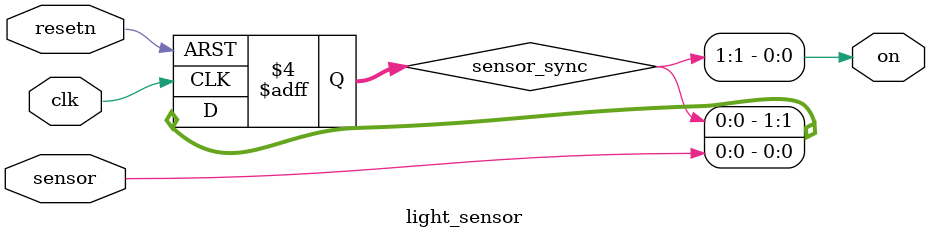
<source format=sv>
`timescale 1ps/1ps

module light_sensor #()(
    input logic clk,
    input logic resetn,

    input logic sensor,
    output logic on);

    (* ASYNC_REG = "TRUE" *) logic [1:0] sensor_sync;

    always_comb begin
        on = sensor_sync[1];
    end

    always_ff @(posedge clk or negedge resetn) begin
        if (!resetn) begin
            sensor_sync <= '0;
        end
        else begin
            sensor_sync <= {sensor_sync[0], sensor};
        end
    end
endmodule

</source>
